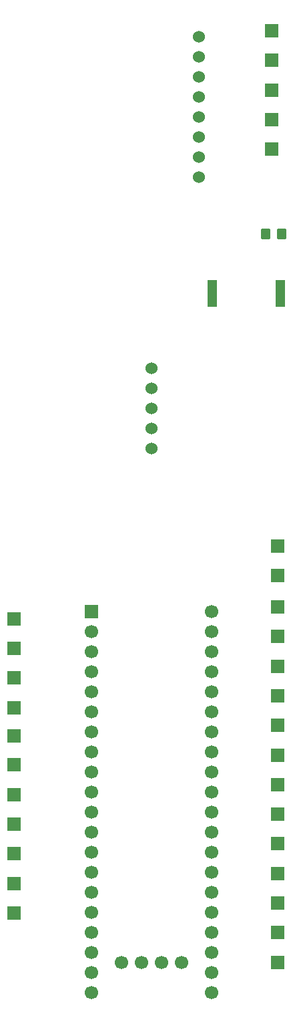
<source format=gbr>
%TF.GenerationSoftware,KiCad,Pcbnew,6.0.7+dfsg-1build1*%
%TF.CreationDate,2023-03-22T19:43:23+01:00*%
%TF.ProjectId,plotter_controller,706c6f74-7465-4725-9f63-6f6e74726f6c,rev?*%
%TF.SameCoordinates,Original*%
%TF.FileFunction,Soldermask,Top*%
%TF.FilePolarity,Negative*%
%FSLAX46Y46*%
G04 Gerber Fmt 4.6, Leading zero omitted, Abs format (unit mm)*
G04 Created by KiCad (PCBNEW 6.0.7+dfsg-1build1) date 2023-03-22 19:43:23*
%MOMM*%
%LPD*%
G01*
G04 APERTURE LIST*
G04 Aperture macros list*
%AMRoundRect*
0 Rectangle with rounded corners*
0 $1 Rounding radius*
0 $2 $3 $4 $5 $6 $7 $8 $9 X,Y pos of 4 corners*
0 Add a 4 corners polygon primitive as box body*
4,1,4,$2,$3,$4,$5,$6,$7,$8,$9,$2,$3,0*
0 Add four circle primitives for the rounded corners*
1,1,$1+$1,$2,$3*
1,1,$1+$1,$4,$5*
1,1,$1+$1,$6,$7*
1,1,$1+$1,$8,$9*
0 Add four rect primitives between the rounded corners*
20,1,$1+$1,$2,$3,$4,$5,0*
20,1,$1+$1,$4,$5,$6,$7,0*
20,1,$1+$1,$6,$7,$8,$9,0*
20,1,$1+$1,$8,$9,$2,$3,0*%
G04 Aperture macros list end*
%ADD10R,1.700000X1.700000*%
%ADD11C,1.524000*%
%ADD12C,1.700000*%
%ADD13RoundRect,0.250000X0.350000X0.450000X-0.350000X0.450000X-0.350000X-0.450000X0.350000X-0.450000X0*%
%ADD14R,1.300000X3.400000*%
G04 APERTURE END LIST*
D10*
%TO.C,J1*%
X112500000Y-118000000D03*
%TD*%
%TO.C,J31*%
X145250000Y-39750000D03*
%TD*%
%TO.C,J24*%
X146000000Y-142750000D03*
%TD*%
%TO.C,J20*%
X146000000Y-120250000D03*
%TD*%
%TO.C,J3*%
X146000000Y-139000000D03*
%TD*%
%TO.C,J11*%
X112500000Y-106750000D03*
%TD*%
D11*
%TO.C,D1*%
X136000000Y-33000000D03*
X136000000Y-35540000D03*
X136000000Y-38080000D03*
X136000000Y-40620000D03*
X136000000Y-43160000D03*
X136000000Y-45700000D03*
X136000000Y-48240000D03*
X136000000Y-50780000D03*
%TD*%
D10*
%TO.C,J18*%
X112500000Y-140250000D03*
%TD*%
%TO.C,J28*%
X145250000Y-43500000D03*
%TD*%
%TO.C,J16*%
X112500000Y-132750000D03*
%TD*%
%TO.C,J30*%
X145250000Y-36000000D03*
%TD*%
%TO.C,J4*%
X146000000Y-135250000D03*
%TD*%
%TO.C,J6*%
X146000000Y-105250000D03*
%TD*%
%TO.C,U1*%
X122380000Y-105870000D03*
D12*
X122380000Y-108410000D03*
X122380000Y-110950000D03*
X122380000Y-113490000D03*
X122380000Y-116030000D03*
X122380000Y-118570000D03*
X122380000Y-121110000D03*
X122380000Y-123650000D03*
X122380000Y-126190000D03*
X122380000Y-128730000D03*
X122380000Y-131270000D03*
X122380000Y-133810000D03*
X122380000Y-136350000D03*
X122380000Y-138890000D03*
X122380000Y-141430000D03*
X122380000Y-143970000D03*
X122380000Y-146510000D03*
X122380000Y-149050000D03*
X122380000Y-151590000D03*
X122380000Y-154130000D03*
X137620000Y-154130000D03*
X137620000Y-151590000D03*
X137620000Y-149050000D03*
X137620000Y-146510000D03*
X137620000Y-143970000D03*
X137620000Y-141430000D03*
X137620000Y-138890000D03*
X137620000Y-136350000D03*
X137620000Y-133810000D03*
X137620000Y-131270000D03*
X137620000Y-128730000D03*
X137620000Y-126190000D03*
X137620000Y-123650000D03*
X137620000Y-121110000D03*
X137620000Y-118570000D03*
X137620000Y-116030000D03*
X137620000Y-113490000D03*
X137620000Y-110950000D03*
X137620000Y-108410000D03*
X137620000Y-105870000D03*
X133810000Y-150320000D03*
X131270000Y-150320000D03*
X128730000Y-150320000D03*
X126190000Y-150320000D03*
%TD*%
D10*
%TO.C,J23*%
X146000000Y-131500000D03*
%TD*%
%TO.C,J15*%
X112500000Y-129000000D03*
%TD*%
%TO.C,J21*%
X146000000Y-124000000D03*
%TD*%
%TO.C,J5*%
X146000000Y-109000000D03*
%TD*%
D13*
%TO.C,R1*%
X146500000Y-58000000D03*
X144500000Y-58000000D03*
%TD*%
D10*
%TO.C,J2*%
X112500000Y-121600000D03*
%TD*%
%TO.C,J13*%
X112500000Y-114250000D03*
%TD*%
%TO.C,J19*%
X112500000Y-144000000D03*
%TD*%
D14*
%TO.C,BZ1*%
X137650000Y-65500000D03*
X146350000Y-65500000D03*
%TD*%
D10*
%TO.C,J27*%
X146000000Y-97500000D03*
%TD*%
%TO.C,J17*%
X112500000Y-136500000D03*
%TD*%
%TO.C,J32*%
X145250000Y-32250000D03*
%TD*%
%TO.C,J8*%
X146000000Y-116500000D03*
%TD*%
%TO.C,J14*%
X112500000Y-125250000D03*
%TD*%
%TO.C,J26*%
X146000000Y-150250000D03*
%TD*%
%TO.C,J25*%
X146000000Y-146500000D03*
%TD*%
%TO.C,J12*%
X112500000Y-110500000D03*
%TD*%
%TO.C,J29*%
X145250000Y-47250000D03*
%TD*%
%TO.C,J9*%
X146000000Y-101250000D03*
%TD*%
%TO.C,J22*%
X146000000Y-127750000D03*
%TD*%
%TO.C,J7*%
X146000000Y-112750000D03*
%TD*%
D11*
%TO.C,J10*%
X130000000Y-75000000D03*
X130000000Y-77540000D03*
X130000000Y-80080000D03*
X130000000Y-82620000D03*
X130000000Y-85160000D03*
%TD*%
M02*

</source>
